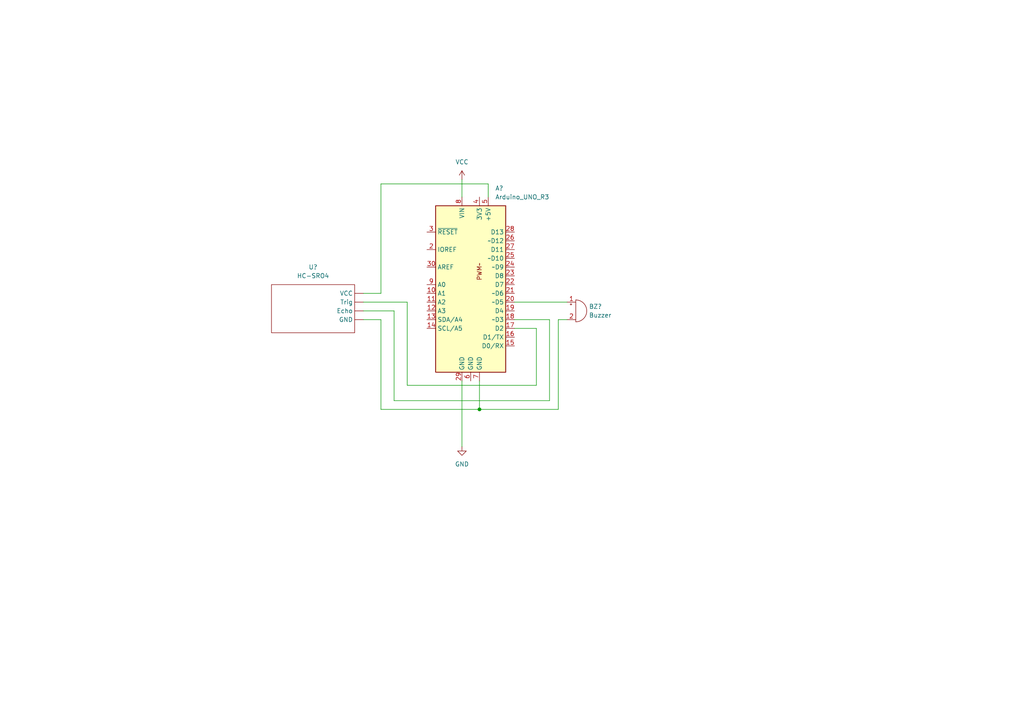
<source format=kicad_sch>
(kicad_sch (version 20211123) (generator eeschema)
  (paper "A4")
  (lib_symbols
    (symbol "Arduino:Arduino_UNO_R3"
      (property "Reference" "A" (at -10.16 23.495 0))
      (property "Value" "Arduino_UNO_R3" (at 5.08 -26.67 0))
      (symbol "Arduino_UNO_R3_0_0"
        (text "PWM~" (at 2.54 3.81 900) (effects (font (size 1.27 1.27))))
      )
      (symbol "Arduino_UNO_R3_0_1"
        (rectangle (start -10.16 22.86) (end 10.16 -25.4) (stroke (width 0.254)) (fill (type background)))
      )
      (symbol "Arduino_UNO_R3_1_1"
        (pin bidirectional line (at -12.7 -2.54 0) (length 2.54) (name "A1") (number "10"))
        (pin bidirectional line (at -12.7 -5.08 0) (length 2.54) (name "A2") (number "11"))
        (pin bidirectional line (at -12.7 -7.62 0) (length 2.54) (name "A3") (number "12"))
        (pin bidirectional line (at -12.7 -10.16 0) (length 2.54) (name "SDA/A4") (number "13"))
        (pin bidirectional line (at -12.7 -12.7 0) (length 2.54) (name "SCL/A5") (number "14"))
        (pin bidirectional line (at 12.7 -17.78 180) (length 2.54) (name "D0/RX") (number "15"))
        (pin bidirectional line (at 12.7 -15.24 180) (length 2.54) (name "D1/TX") (number "16"))
        (pin bidirectional line (at 12.7 -12.7 180) (length 2.54) (name "D2") (number "17"))
        (pin bidirectional line (at 12.7 -10.16 180) (length 2.54) (name "~D3") (number "18"))
        (pin bidirectional line (at 12.7 -7.62 180) (length 2.54) (name "D4") (number "19"))
        (pin output line (at -12.7 10.16 0) (length 2.54) (name "IOREF") (number "2"))
        (pin bidirectional line (at 12.7 -5.08 180) (length 2.54) (name "~D5") (number "20"))
        (pin bidirectional line (at 12.7 -2.54 180) (length 2.54) (name "~D6") (number "21"))
        (pin bidirectional line (at 12.7 0 180) (length 2.54) (name "D7") (number "22"))
        (pin bidirectional line (at 12.7 2.54 180) (length 2.54) (name "D8") (number "23"))
        (pin bidirectional line (at 12.7 5.08 180) (length 2.54) (name "~D9") (number "24"))
        (pin bidirectional line (at 12.7 7.62 180) (length 2.54) (name "~D10") (number "25"))
        (pin bidirectional line (at 12.7 12.7 180) (length 2.54) (name "~D12") (number "26"))
        (pin bidirectional line (at 12.7 10.16 180) (length 2.54) (name "D11") (number "27"))
        (pin bidirectional line (at 12.7 15.24 180) (length 2.54) (name "D13") (number "28"))
        (pin power_in line (at -2.54 -27.94 90) (length 2.54) (name "GND") (number "29"))
        (pin input line (at -12.7 15.24 0) (length 2.54) (name "~{RESET}") (number "3"))
        (pin input line (at -12.7 5.08 0) (length 2.54) (name "AREF") (number "30"))
        (pin power_out line (at 2.54 25.4 270) (length 2.54) (name "3V3") (number "4"))
        (pin power_out line (at 5.08 25.4 270) (length 2.54) (name "+5V") (number "5"))
        (pin power_in line (at 0 -27.94 90) (length 2.54) (name "GND") (number "6"))
        (pin power_in line (at 2.54 -27.94 90) (length 2.54) (name "GND") (number "7"))
        (pin power_in line (at -2.54 25.4 270) (length 2.54) (name "VIN") (number "8"))
        (pin bidirectional line (at -12.7 0 0) (length 2.54) (name "A0") (number "9"))
      )
    )
    (symbol "Arduino:HC-SRO4"
      (property "Reference" "U" (at -17.78 -3.81 0))
      (property "Value" "HC-SRO4" (at -17.78 -6.35 0))
      (symbol "HC-SRO4_0_1"
        (rectangle (start -29.21 2.54) (end -5.08 -11.43))
      )
      (symbol "HC-SRO4_1_1"
        (pin input line (at -2.54 -5.08 180) (length 2.54) (name "Echo") (number ""))
        (pin input line (at -2.54 -7.62 180) (length 2.54) (name "GND") (number ""))
        (pin input line (at -2.54 -2.54 180) (length 2.54) (name "Trig") (number ""))
        (pin input line (at -2.54 0 180) (length 2.54) (name "VCC") (number ""))
      )
    )
    (symbol "Device:Buzzer" (pin_names (offset 0.0254) hide)
      (property "Reference" "BZ" (at 3.81 1.27 0))
      (property "Value" "Buzzer" (at 3.81 -1.27 0))
      (symbol "Buzzer_0_1"
        (arc (start 0 -3.175) (mid 3.175 0) (end 0 3.175))
        (polyline (pts (xy -1.651 1.905) (xy -1.143 1.905)))
        (polyline (pts (xy -1.397 2.159) (xy -1.397 1.651)))
        (polyline (pts (xy 0 3.175) (xy 0 -3.175)))
      )
      (symbol "Buzzer_1_1"
        (pin passive line (at -2.54 2.54 0) (length 2.54) (name "-") (number "1"))
        (pin passive line (at -2.54 -2.54 0) (length 2.54) (name "+") (number "2"))
      )
    )
    (symbol "power:GND" (power) (pin_names (offset 0))
      (property "Value" "GND" (at 0 -3.81 0))
      (symbol "GND_0_1"
        (polyline (pts (xy 0 0) (xy 0 -1.27) (xy 1.27 -1.27) (xy 0 -2.54) (xy -1.27 -1.27) (xy 0 -1.27)))
      )
      (symbol "GND_1_1"
        (pin power_in line (at 0 0 270) (length 0) hide (name "GND") (number "1"))
      )
    )
    (symbol "power:VCC" (power) (pin_names (offset 0))
      (property "Value" "VCC" (at 0 3.81 0))
      (symbol "VCC_0_1"
        (polyline (pts (xy -0.762 1.27) (xy 0 2.54)))
        (polyline (pts (xy 0 0) (xy 0 2.54)))
        (polyline (pts (xy 0 2.54) (xy 0.762 1.27)))
      )
      (symbol "VCC_1_1"
        (pin power_in line (at 0 0 90) (length 0) hide (name "VCC") (number "1"))
      )
    )
  )
  (junction (at 139.065 118.745))
  (wire (pts (xy 149.225 92.71) (xy 159.385 92.71)))
  (wire (pts (xy 110.49 85.09) (xy 105.41 85.09)))
  (wire (pts (xy 149.225 87.63) (xy 164.465 87.63)))
  (wire (pts (xy 110.49 85.09) (xy 110.49 53.34)))
  (wire (pts (xy 164.465 92.71) (xy 161.925 92.71)))
  (wire (pts (xy 161.925 92.71) (xy 161.925 118.745)))
  (wire (pts (xy 105.41 92.71) (xy 110.49 92.71)))
  (wire (pts (xy 110.49 92.71) (xy 110.49 118.745)))
  (wire (pts (xy 118.11 87.63) (xy 118.11 111.76)))
  (wire (pts (xy 114.3 116.205) (xy 159.385 116.205)))
  (wire (pts (xy 133.985 110.49) (xy 133.985 129.54)))
  (wire (pts (xy 161.925 118.745) (xy 139.065 118.745)))
  (wire (pts (xy 159.385 116.205) (xy 159.385 92.71)))
  (wire (pts (xy 105.41 87.63) (xy 118.11 87.63)))
  (wire (pts (xy 118.11 111.76) (xy 155.575 111.76)))
  (wire (pts (xy 114.3 90.17) (xy 114.3 116.205)))
  (wire (pts (xy 155.575 111.76) (xy 155.575 95.25)))
  (wire (pts (xy 133.985 52.07) (xy 133.985 57.15)))
  (wire (pts (xy 110.49 118.745) (xy 139.065 118.745)))
  (wire (pts (xy 105.41 90.17) (xy 114.3 90.17)))
  (wire (pts (xy 139.065 118.745) (xy 139.065 110.49)))
  (wire (pts (xy 110.49 53.34) (xy 141.605 53.34)))
  (wire (pts (xy 141.605 53.34) (xy 141.605 57.15)))
  (wire (pts (xy 155.575 95.25) (xy 149.225 95.25)))
  (symbol (lib_id "Arduino:HC-SRO4") (at 107.95 85.09 0) (unit 1)
    (property "Reference" "U?" (at 90.805 77.47 0))
    (property "Value" "HC-SRO4" (at 90.805 80.01 0))
  )
  (symbol (lib_id "Arduino:Arduino_UNO_R3") (at 136.525 82.55 0) (unit 1)
    (property "Reference" "A?" (at 143.6244 54.61 0) (effects (justify left)))
    (property "Value" "Arduino_UNO_R3" (at 143.6244 57.15 0) (effects (justify left)))
    (property "Footprint" "Module:Arduino_UNO_R3" (effects hide))
    (property "Datasheet" "https://www.arduino.cc/en/Main/arduinoBoardUno" (effects hide))
  )
  (symbol (lib_id "power:GND") (at 133.985 129.54 0) (unit 1)
    (property "Reference" "#PWR?" (effects hide))
    (property "Value" "GND" (at 133.985 134.62 0))
  )
  (symbol (lib_id "power:VCC") (at 133.985 52.07 0) (unit 1)
    (property "Reference" "#PWR?" (effects hide))
    (property "Value" "VCC" (at 133.985 46.99 0))
  )
  (symbol (lib_id "Device:Buzzer") (at 167.005 90.17 0) (unit 1)
    (property "Reference" "BZ?" (at 170.815 88.8999 0) (effects (justify left)))
    (property "Value" "Buzzer" (at 170.815 91.4399 0) (effects (justify left)))
  )
)
</source>
